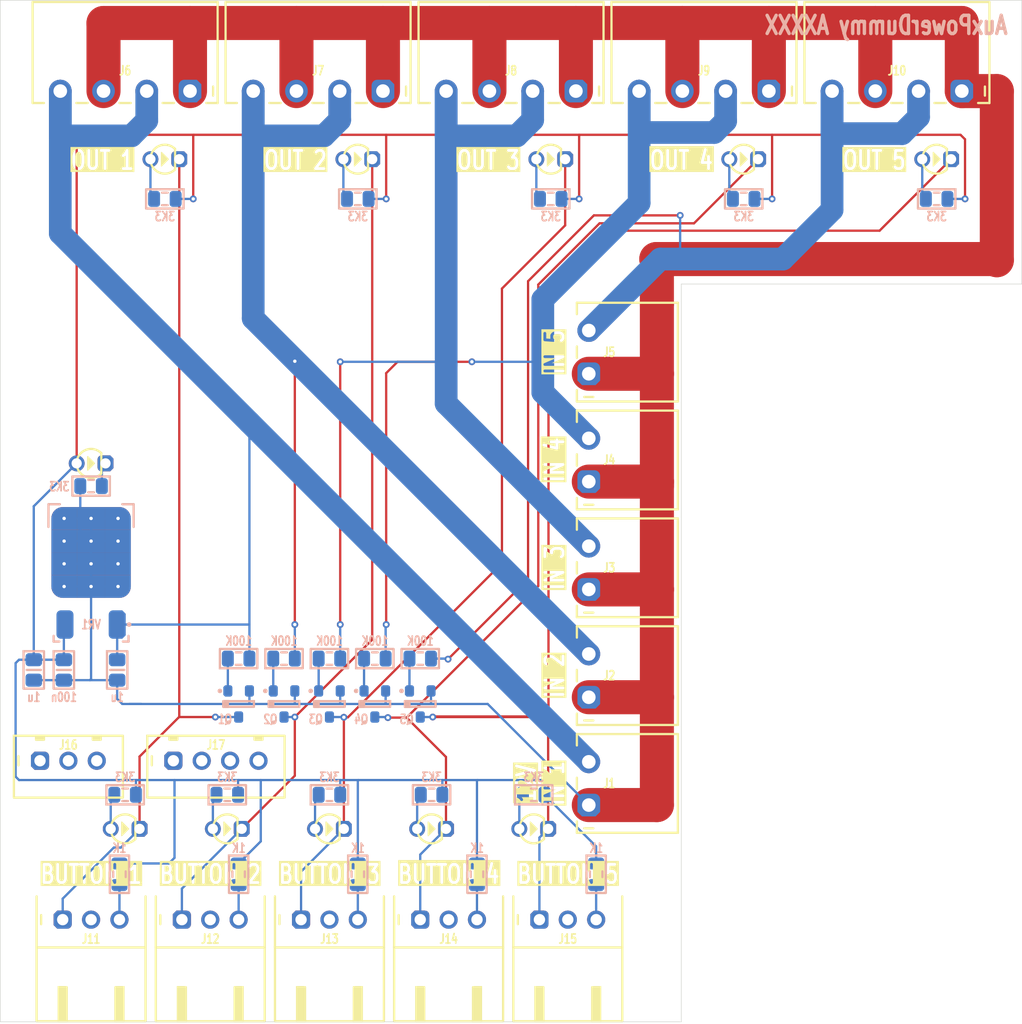
<source format=kicad_pcb>
(kicad_pcb (version 20240108) (generator "pcbnew") (generator_version "8.0")
  (layers (0 "F.Cu" signal) (31 "B.Cu" signal) (34 "B.Paste" user) (35 "F.Paste" user) (36 "B.SilkS" user "B.Silkscreen") (37 "F.SilkS" user "F.Silkscreen") (38 "B.Mask" user) (39 "F.Mask" user) (44 "Edge.Cuts" user))
  (net 0 "")
  (net 1 "GND")
  (net 2 "LED_BUTTON_INT_1")
  (net 3 "LED_BUTTON_INT_2")
  (net 4 "LED_BUTTON_INT_3")
  (net 5 "LED_BUTTON_INT_4")
  (net 6 "LED_BUTTON_INT_5")
  (net 7 "INPUT1")
  (net 8 "INPUT2")
  (net 9 "INPUT3")
  (net 10 "INPUT4")
  (net 11 "INPUT5")
  (net 12 "BUTTON2_LED")
  (net 13 "BUTTON1_LED")
  (net 14 "BUTTON3_LED")
  (net 15 "BUTTON4_LED")
  (net 16 "BUTTON5_LED")
  (net 17 "5V")
  (net 18 "LED_POWER")
  (net 19 "LED_OUT5")
  (net 20 "LED_OUT4")
  (net 21 "LED_OUT3")
  (net 22 "LED_OUT2")
  (net 23 "LED_OUT1")
  (net 24 "GND_SW1")
  (net 25 "GND_SW2")
  (net 26 "GND_SW3")
  (net 27 "GND_SW4")
  (net 28 "GND_SW5")
  (net 29 "BASE_SW1")
  (net 30 "BASE_SW2")
  (net 31 "BASE_SW3")
  (net 32 "BASE_SW4")
  (net 33 "BASE_SW5")
  (footprint "Medo64:DS (D3.0)" (layer "F.Cu") (at 80.5 29 180)
    (property "Reference" "DS9" (hide yes))
    (property "Value" "LED" (hide yes))
  )
  (footprint "Medo64:J Phoenix MC (4w)" (layer "F.Cu") (at 43 23 180)
    (property "Reference" "J7")
    (property "Value" "MC 1,5/4")
  )
  (footprint "Medo64:DS (D3.0)" (layer "F.Cu") (at 44 88 180)
    (property "Reference" "DS3" (hide yes))
    (property "Value" "LED" (hide yes))
  )
  (footprint "Medo64:J Phoenix MC (4w)" (layer "F.Cu") (at 94 23 180)
    (property "Reference" "J10")
    (property "Value" "MC 1,5/4")
  )
  (footprint "Medo64:DS (D3.0)" (layer "F.Cu") (at 62 88 180)
    (property "Reference" "DS5" (hide yes))
    (property "Value" "LED" (hide yes))
  )
  (footprint "Medo64:J Phoenix MC (4w)" (layer "F.Cu") (at 60 23 180)
    (property "Reference" "J8")
    (property "Value" "MC 1,5/4")
  )
  (footprint "Medo64:DS (D3.0)" (layer "F.Cu") (at 63.5 29 180)
    (property "Reference" "DS8" (hide yes))
    (property "Value" "LED" (hide yes))
  )
  (footprint "Medo64:J Phoenix MC (2w)" (layer "F.Cu") (at 66.85 65 90)
    (property "Reference" "J3")
    (property "Value" "MC 1,5/2")
  )
  (footprint "Medo64:J JST XH S (3w)" (layer "F.Cu") (at 33.5 96)
    (property "Reference" "J12")
    (property "Value" "S3B-XH-A")
  )
  (footprint "Medo64:J JST XH S (3w)" (layer "F.Cu") (at 54.5 96)
    (property "Reference" "J14")
    (property "Value" "S3B-XH-A")
  )
  (footprint "Medo64:DS (D3.0)" (layer "F.Cu") (at 26 88 180)
    (property "Reference" "DS1" (hide yes))
    (property "Value" "LED" (hide yes))
  )
  (footprint "Medo64:J Phoenix MC (4w)" (layer "F.Cu") (at 77 23 180)
    (property "Reference" "J9")
    (property "Value" "MC 1,5/4")
  )
  (footprint "Medo64:DS (D3.0)" (layer "F.Cu") (at 35 88 180)
    (property "Reference" "DS2" (hide yes))
    (property "Value" "LED" (hide yes))
  )
  (footprint "Medo64:J JST XH B [I2C] (4w)" (layer "F.Cu") (at 34 82)
    (property "Reference" "J17")
    (property "Value" "B4B-XH-A")
  )
  (footprint "Medo64:DS (D3.0)" (layer "F.Cu") (at 29.5 29 180)
    (property "Reference" "DS6" (hide yes))
    (property "Value" "LED" (hide yes))
  )
  (footprint "Medo64:J JST XH S (3w)" (layer "F.Cu") (at 44 96)
    (property "Reference" "J13")
    (property "Value" "S3B-XH-A")
  )
  (footprint "Medo64:J JST XH S (3w)" (layer "F.Cu") (at 65 96)
    (property "Reference" "J15")
    (property "Value" "S3B-XH-A")
  )
  (footprint "Medo64:DS (D3.0)" (layer "F.Cu") (at 97.5 29 180)
    (property "Reference" "DS10" (hide yes))
    (property "Value" "LED" (hide yes))
  )
  (footprint "Medo64:DS (D3.0)" (layer "F.Cu") (at 46.5 29 180)
    (property "Reference" "DS7" (hide yes))
    (property "Value" "LED" (hide yes))
  )
  (footprint "Medo64:J Phoenix MC (2w)" (layer "F.Cu") (at 66.85 74.5 90)
    (property "Reference" "J2")
    (property "Value" "MC 1,5/2")
  )
  (footprint "Medo64:DS (D3.0)" (layer "F.Cu") (at 23 55.8 180)
    (property "Reference" "DS11" (hide yes))
    (property "Value" "LED" (hide yes))
  )
  (footprint "Medo64:J JST XH S (3w)" (layer "F.Cu") (at 23 96)
    (property "Reference" "J11")
    (property "Value" "S3B-XH-A")
  )
  (footprint "Medo64:DS (D3.0)" (layer "F.Cu") (at 53 88 180)
    (property "Reference" "DS4" (hide yes))
    (property "Value" "LED" (hide yes))
  )
  (footprint "Medo64:J Phoenix MC (2w)" (layer "F.Cu") (at 66.85 46 90)
    (property "Reference" "J5")
    (property "Value" "MC 1,5/2")
  )
  (footprint "Medo64:J Phoenix MC (2w)" (layer "F.Cu") (at 66.85 84 90)
    (property "Reference" "J1")
    (property "Value" "MC 1,5/2")
  )
  (footprint "Medo64:J Phoenix MC (2w)" (layer "F.Cu") (at 66.85 55.5 90)
    (property "Reference" "J4")
    (property "Value" "MC 1,5/2")
  )
  (footprint "Medo64:J JST XH B [UART] (3w)" (layer "F.Cu") (at 21 82)
    (property "Reference" "J16")
    (property "Value" "B3B-XH-A")
  )
  (footprint "Medo64:J Phoenix MC (4w)" (layer "F.Cu") (at 26 23 180)
    (property "Reference" "J6")
    (property "Value" "MC 1,5/4")
  )
  (footprint "Medo64:C (0805)" (layer "B.Cu") (at 25.3 74 90)
    (property "Reference" "C2" (hide yes))
    (property "Value" "1u")
  )
  (footprint "Medo64:C (0805)" (layer "B.Cu") (at 20.6 74 90)
    (property "Reference" "C1" (hide yes))
    (property "Value" "100n")
  )
  (footprint "Medo64:R (0805)" (layer "B.Cu") (at 57 92 90)
    (property "Reference" "R4" (hide yes))
    (property "Value" "1K")
  )
  (footprint "Medo64:R (0805)" (layer "B.Cu") (at 25.5 92 90)
    (property "Reference" "R1" (hide yes))
    (property "Value" "1K")
  )
  (footprint "Medo64:R (0805)" (layer "B.Cu") (at 40 73 180)
    (property "Reference" "R18" (hide yes))
    (property "Value" "100K")
  )
  (footprint "Medo64:R (0805)" (layer "B.Cu") (at 63.5 32.5)
    (property "Reference" "R8" (hide yes))
    (property "Value" "3K3")
  )
  (footprint "Medo64:R (0805)" (layer "B.Cu") (at 46.5 92 90)
    (property "Reference" "R3" (hide yes))
    (property "Value" "1K")
  )
  (footprint "Medo64:R (0805)" (layer "B.Cu") (at 35 85 180)
    (property "Reference" "R12" (hide yes))
    (property "Value" "3K3")
  )
  (footprint "Medo64:VR Linear 5V 1000mA [AS7805ADTR-G1] (TO252-2')" (layer "B.Cu") (at 23 70 180)
    (property "Reference" "VR1")
    (property "Value" "AS7805ADTR" (hide yes))
  )
  (footprint "Medo64:R (0805)" (layer "B.Cu") (at 44 73 180)
    (property "Reference" "R19" (hide yes))
    (property "Value" "100K")
  )
  (footprint "Medo64:R (0805)" (layer "B.Cu") (at 97.5 32.5)
    (property "Reference" "R10" (hide yes))
    (property "Value" "3K3")
  )
  (footprint "Medo64:R (0805)" (layer "B.Cu") (at 36 92 90)
    (property "Reference" "R2" (hide yes))
    (property "Value" "1K")
  )
  (footprint "Medo64:R (0805)" (layer "B.Cu") (at 29.5 32.5)
    (property "Reference" "R6" (hide yes))
    (property "Value" "3K3")
  )
  (footprint "Medo64:R (0805)" (layer "B.Cu") (at 80.5 32.5)
    (property "Reference" "R9" (hide yes))
    (property "Value" "3K3")
  )
  (footprint "Medo64:Q Transistor NPN (SOT23-3)" (layer "B.Cu") (at 40 77)
    (property "Reference" "Q2")
    (property "Value" "BC846B,235" (hide yes))
  )
  (footprint "Medo64:R (0805)" (layer "B.Cu") (at 52 73 180)
    (property "Reference" "R21" (hide yes))
    (property "Value" "100K")
  )
  (footprint "Medo64:R (0805)" (layer "B.Cu") (at 46.5 32.5)
    (property "Reference" "R7" (hide yes))
    (property "Value" "3K3")
  )
  (footprint "Medo64:R (0805)" (layer "B.Cu") (at 48 73 180)
    (property "Reference" "R20" (hide yes))
    (property "Value" "100K")
  )
  (footprint "Medo64:R (0805)" (layer "B.Cu") (at 36 73 180)
    (property "Reference" "R17" (hide yes))
    (property "Value" "100K")
  )
  (footprint "Medo64:Q Transistor NPN (SOT23-3)" (layer "B.Cu") (at 48 77)
    (property "Reference" "Q4")
    (property "Value" "BC846B,235" (hide yes))
  )
  (footprint "Medo64:R (0805)" (layer "B.Cu") (at 53 85 180)
    (property "Reference" "R14" (hide yes))
    (property "Value" "3K3")
  )
  (footprint "Medo64:R (0805)" (layer "B.Cu") (at 62 85 180)
    (property "Reference" "R15" (hide yes))
    (property "Value" "3K3")
  )
  (footprint "Medo64:Q Transistor NPN (SOT23-3)" (layer "B.Cu") (at 36 77)
    (property "Reference" "Q1")
    (property "Value" "BC846B,235" (hide yes))
  )
  (footprint "Medo64:R (0805)" (layer "B.Cu") (at 23 57.8)
    (property "Reference" "R16" (hide yes))
    (property "Value" "3K3")
  )
  (footprint "Medo64:Q Transistor NPN (SOT23-3)" (layer "B.Cu") (at 44 77)
    (property "Reference" "Q3")
    (property "Value" "BC846B,235" (hide yes))
  )
  (footprint "Medo64:R (0805)" (layer "B.Cu") (at 67.5 92 90)
    (property "Reference" "R5" (hide yes))
    (property "Value" "1K")
  )
  (footprint "Medo64:Q Transistor NPN (SOT23-3)" (layer "B.Cu") (at 52 77)
    (property "Reference" "Q5")
    (property "Value" "BC846B,235" (hide yes))
  )
  (footprint "Medo64:R (0805)" (layer "B.Cu") (at 26 85 180)
    (property "Reference" "R11" (hide yes))
    (property "Value" "3K3")
  )
  (footprint "Medo64:R (0805)" (layer "B.Cu") (at 44 85 180)
    (property "Reference" "R13" (hide yes))
    (property "Value" "3K3")
  )
  (footprint "Medo64:C (0805)" (layer "B.Cu") (at 17.95 74 90)
    (property "Reference" "C3" (hide yes))
    (property "Value" "1u")
  )
  (gr_line (start 75 40) (end 75 105) (stroke (width 0.05)) (layer "Edge.Cuts"))
  (gr_line (start 105 15) (end 105 40) (stroke (width 0.05)) (layer "Edge.Cuts"))
  (gr_line (start 15 15) (end 15 105) (stroke (width 0.05)) (layer "Edge.Cuts"))
  (gr_line (start 15 105) (end 75 105) (stroke (width 0.05)) (layer "Edge.Cuts"))
  (gr_line (start 15 15) (end 105 15) (stroke (width 0.05)) (layer "Edge.Cuts"))
  (gr_line (start 75 40) (end 105 40) (stroke (width 0.05)) (layer "Edge.Cuts"))
  (gr_text "AuxPowerDummy AXXXX" (at 103.9 17.2 0) (layer "B.SilkS") (effects (font (size 1.6 1.2) (thickness 0.3) (bold yes)) (justify left mirror)))
  (gr_text "OUT 5" (at 92 29.1 0) (layer "F.SilkS" knockout) (effects (font (size 1.6 1.2) (thickness 0.25) (bold yes))))
  (gr_text "IN 2" (at 63.85 74.5 90) (layer "F.SilkS" knockout) (effects (font (size 1.6 1.2) (thickness 0.25) (bold yes))))
  (gr_text "BUTTON 4" (at 54.5 92 0) (layer "F.SilkS" knockout) (effects (font (size 1.6 1.2) (thickness 0.25) (bold yes))))
  (gr_text "12V" (at 61.35 84 90) (layer "F.SilkS" knockout) (effects (font (size 1.6 1.2) (thickness 0.25) (bold yes))))
  (gr_text "OUT 4" (at 75 29.1 0) (layer "F.SilkS" knockout) (effects (font (size 1.6 1.2) (thickness 0.25) (bold yes))))
  (gr_text "BUTTON 1" (at 23 92 0) (layer "F.SilkS" knockout) (effects (font (size 1.6 1.2) (thickness 0.25) (bold yes))))
  (gr_text "OUT 3" (at 58 29.1 0) (layer "F.SilkS" knockout) (effects (font (size 1.6 1.2) (thickness 0.25) (bold yes))))
  (gr_text "BUTTON 3" (at 44 92 0) (layer "F.SilkS" knockout) (effects (font (size 1.6 1.2) (thickness 0.25) (bold yes))))
  (gr_text "OUT 2" (at 41 29.1 0) (layer "F.SilkS" knockout) (effects (font (size 1.6 1.2) (thickness 0.25) (bold yes))))
  (gr_text "IN 5" (at 63.85 46 90) (layer "F.SilkS" knockout) (effects (font (size 1.6 1.2) (thickness 0.25) (bold yes))))
  (gr_text "OUT 1" (at 24 29.1 0) (layer "F.SilkS" knockout) (effects (font (size 1.6 1.2) (thickness 0.25) (bold yes))))
  (gr_text "IN 3" (at 63.85 65 90) (layer "F.SilkS" knockout) (effects (font (size 1.6 1.2) (thickness 0.25) (bold yes))))
  (gr_text "IN 4" (at 63.85 55.5 90) (layer "F.SilkS" knockout) (effects (font (size 1.6 1.2) (thickness 0.25) (bold yes))))
  (gr_text "BUTTON 5" (at 65 92 0) (layer "F.SilkS" knockout) (effects (font (size 1.6 1.2) (thickness 0.25) (bold yes))))
  (gr_text "BUTTON 2" (at 33.5 92 0) (layer "F.SilkS" knockout) (effects (font (size 1.6 1.2) (thickness 0.25) (bold yes))))
  (gr_text "IN 1" (at 63.85 84 90) (layer "F.SilkS" knockout) (effects (font (size 1.6 1.2) (thickness 0.25) (bold yes))))
  (segment (start 72.85 66.905) (end 72.85 57.405) (width 3) (layer "F.Cu") (net 1))
  (segment (start 31.715 17) (end 31.715 23) (width 3) (layer "F.Cu") (net 1))
  (segment (start 99.715 23) (end 102.8 23) (width 3) (layer "F.Cu") (net 1))
  (segment (start 72.85 57.405) (end 66.85 57.405) (width 3) (layer "F.Cu") (net 1))
  (segment (start 72.85 76.405) (end 72.85 85.905) (width 3) (layer "F.Cu") (net 1))
  (segment (start 72.85 41.75) (end 72.85 47.905) (width 3) (layer "F.Cu") (net 1))
  (segment (start 58.095 17) (end 58.095 23) (width 3) (layer "F.Cu") (net 1))
  (segment (start 92.095 17) (end 82.715 17) (width 3) (layer "F.Cu") (net 1))
  (segment (start 72.85 85.905) (end 66.85 85.905) (width 3) (layer "F.Cu") (net 1))
  (segment (start 75.095 17) (end 65.715 17) (width 3) (layer "F.Cu") (net 1))
  (segment (start 102.7 37.8) (end 72.8 37.8) (width 3) (layer "F.Cu") (net 1))
  (segment (start 48.715 17) (end 48.715 23) (width 3) (layer "F.Cu") (net 1))
  (segment (start 82.715 17) (end 82.715 23) (width 3) (layer "F.Cu") (net 1))
  (segment (start 58.095 17) (end 48.715 17) (width 3) (layer "F.Cu") (net 1))
  (segment (start 66.85 76.405) (end 72.85 76.405) (width 3) (layer "F.Cu") (net 1))
  (segment (start 24.095 17) (end 24.095 23) (width 3) (layer "F.Cu") (net 1))
  (segment (start 72.85 66.905) (end 66.85 66.905) (width 3) (layer "F.Cu") (net 1))
  (segment (start 41.095 17) (end 41.095 23) (width 3) (layer "F.Cu") (net 1))
  (segment (start 75.095 17) (end 75.095 23) (width 3) (layer "F.Cu") (net 1))
  (segment (start 99.715 23) (end 99.715 17) (width 3) (layer "F.Cu") (net 1))
  (segment (start 41.095 17) (end 31.715 17) (width 3) (layer "F.Cu") (net 1))
  (segment (start 31.715 17) (end 24.095 17) (width 3) (layer "F.Cu") (net 1))
  (segment (start 72.85 57.8) (end 72.85 47.905) (width 3) (layer "F.Cu") (net 1))
  (segment (start 72.85 37.85) (end 72.85 41.75) (width 3) (layer "F.Cu") (net 1))
  (segment (start 82.715 17) (end 75.095 17) (width 3) (layer "F.Cu") (net 1))
  (segment (start 65.715 17) (end 65.715 23) (width 3) (layer "F.Cu") (net 1))
  (segment (start 72.85 47.905) (end 66.85 47.905) (width 3) (layer "F.Cu") (net 1))
  (segment (start 72.8 37.8) (end 72.85 37.85) (width 3) (layer "F.Cu") (net 1))
  (segment (start 102.8 37.9) (end 102.7 37.8) (width 3) (layer "F.Cu") (net 1))
  (segment (start 99.715 17) (end 92.095 17) (width 3) (layer "F.Cu") (net 1))
  (segment (start 102.8 23) (end 102.8 37.9) (width 3) (layer "F.Cu") (net 1))
  (segment (start 65.715 17) (end 58.095 17) (width 3) (layer "F.Cu") (net 1))
  (segment (start 48.715 17) (end 41.095 17) (width 3) (layer "F.Cu") (net 1))
  (segment (start 72.85 76.405) (end 72.85 66.905) (width 3) (layer "F.Cu") (net 1))
  (segment (start 92.095 17) (end 92.095 23) (width 3) (layer "F.Cu") (net 1))
  (segment (start 44.95 77) (end 40.95 77) (width 0.2) (layer "B.Cu") (net 1))
  (segment (start 36.95 77) (end 40.95 77) (width 0.2) (layer "B.Cu") (net 1))
  (segment (start 23 62.65) (end 22.05 61.7) (width 0.2) (layer "B.Cu") (net 1))
  (segment (start 22.9 74.9) (end 20.6 74.9) (width 0.2) (layer "B.Cu") (net 1))
  (segment (start 44.95 75.85) (end 44.95 77) (width 0.2) (layer "B.Cu") (net 1))
  (segment (start 23 74.8) (end 22.9 74.9) (width 0.2) (layer "B.Cu") (net 1))
  (segment (start 25.375 62.65) (end 23 62.65) (width 0.2) (layer "B.Cu") (net 1))
  (segment (start 27.4 77) (end 25.75 77) (width 0.2) (layer "B.Cu") (net 1))
  (segment (start 23 62.65) (end 20.625 62.65) (width 0.2) (layer "B.Cu") (net 1))
  (segment (start 25.3 74.9) (end 22.9 74.9) (width 0.2) (layer "B.Cu") (net 1))
  (segment (start 48.95 77) (end 44.95 77) (width 0.2) (layer "B.Cu") (net 1))
  (segment (start 23 62.65) (end 23 60.65) (width 0.2) (layer "B.Cu") (net 1))
  (segment (start 57.945 77) (end 66.85 85.905) (width 0.2) (layer "B.Cu") (net 1))
  (segment (start 52.95 77) (end 57.945 77) (width 0.2) (layer "B.Cu") (net 1))
  (segment (start 36.95 75.85) (end 36.95 77) (width 0.2) (layer "B.Cu") (net 1))
  (segment (start 25.75 77) (end 25.3 76.55) (width 0.2) (layer "B.Cu") (net 1))
  (segment (start 17.95 74.9) (end 20.6 74.9) (width 0.2) (layer "B.Cu") (net 1))
  (segment (start 52.95 77) (end 48.95 77) (width 0.2) (layer "B.Cu") (net 1))
  (segment (start 23 66.65) (end 23 64.65) (width 0.2) (layer "B.Cu") (net 1))
  (segment (start 20.625 64.65) (end 23 64.65) (width 0.2) (layer "B.Cu") (net 1))
  (segment (start 36.95 77) (end 26.4 77) (width 0.2) (layer "B.Cu") (net 1))
  (segment (start 40.95 77) (end 40.95 75.85) (width 0.2) (layer "B.Cu") (net 1))
  (segment (start 23 66.65) (end 25.375 66.65) (width 0.2) (layer "B.Cu") (net 1))
  (segment (start 23 66.65) (end 20.625 66.65) (width 0.2) (layer "B.Cu") (net 1))
  (segment (start 48.95 75.85) (end 48.95 77) (width 0.2) (layer "B.Cu") (net 1))
  (segment (start 52.95 75.85) (end 52.95 77) (width 0.2) (layer "B.Cu") (net 1))
  (segment (start 25.3 76.55) (end 25.3 74.9) (width 0.2) (layer "B.Cu") (net 1))
  (segment (start 20.625 60.65) (end 23 60.65) (width 0.2) (layer "B.Cu") (net 1))
  (segment (start 23 64.65) (end 25.375 64.65) (width 0.2) (layer "B.Cu") (net 1))
  (segment (start 23 60.65) (end 25.375 60.65) (width 0.2) (layer "B.Cu") (net 1))
  (segment (start 23 66.65) (end 23 74.8) (width 0.2) (layer "B.Cu") (net 1))
  (segment (start 22.05 61.7) (end 22.05 57.8) (width 0.2) (layer "B.Cu") (net 1))
  (segment (start 23 64.65) (end 23 62.65) (width 0.2) (layer "B.Cu") (net 1))
  (segment (start 24.73 88) (end 24.73 85.32) (width 0.2) (layer "B.Cu") (net 2))
  (segment (start 33.73 88) (end 33.73 85.32) (width 0.2) (layer "B.Cu") (net 3))
  (segment (start 42.73 88) (end 42.73 85.32) (width 0.2) (layer "B.Cu") (net 4))
  (segment (start 51.73 88) (end 51.73 85.32) (width 0.2) (layer "B.Cu") (net 5))
  (segment (start 60.73 88) (end 60.73 85.32) (width 0.2) (layer "B.Cu") (net 6))
  (segment (start 66.85 82.095) (end 36.9525 52.1975) (width 2) (layer "B.Cu") (net 7))
  (segment (start 25.3 73.1) (end 25.3 70) (width 0.2) (layer "B.Cu") (net 7))
  (segment (start 36.95 73) (end 36.95 70) (width 0.2) (layer "B.Cu") (net 7))
  (segment (start 36.95 70) (end 36.95 52.2) (width 0.2) (layer "B.Cu") (net 7))
  (segment (start 36.9525 52.1975) (end 20.285 35.53) (width 2) (layer "B.Cu") (net 7))
  (segment (start 36.95 52.2) (end 36.9525 52.1975) (width 0.2) (layer "B.Cu") (net 7))
  (segment (start 20.285 26.95) (end 26.55 26.95) (width 2) (layer "B.Cu") (net 7))
  (segment (start 26.55 26.95) (end 27.905 25.595) (width 2) (layer "B.Cu") (net 7))
  (segment (start 27.905 25.595) (end 27.905 23) (width 2) (layer "B.Cu") (net 7))
  (segment (start 20.285 23) (end 20.285 26.95) (width 2) (layer "B.Cu") (net 7))
  (segment (start 36.9 70) (end 25.3 70) (width 0.2) (layer "B.Cu") (net 7))
  (segment (start 20.285 35.53) (end 20.285 23) (width 2) (layer "B.Cu") (net 7))
  (segment (start 40.95 70) (end 40.95 46.8) (width 0.2) (layer "F.Cu") (net 8))
  (via (at 40.95 46.8) (size 0.6) (drill 0.3) (layers "F.Cu" "B.Cu") (net 8))
  (via (at 40.95 70) (size 0.6) (drill 0.3) (layers "F.Cu" "B.Cu") (net 8))
  (segment (start 44.905 25.545) (end 44.905 23) (width 2) (layer "B.Cu") (net 8))
  (segment (start 40.95 73) (end 40.95 70) (width 0.2) (layer "B.Cu") (net 8))
  (segment (start 37.285 23) (end 37.285 26.95) (width 2) (layer "B.Cu") (net 8))
  (segment (start 43.5 26.95) (end 44.905 25.545) (width 2) (layer "B.Cu") (net 8))
  (segment (start 37.285 26.95) (end 43.5 26.95) (width 2) (layer "B.Cu") (net 8))
  (segment (start 37.285 43.03) (end 37.285 23) (width 2) (layer "B.Cu") (net 8))
  (segment (start 66.85 72.595) (end 37.285 43.03) (width 2) (layer "B.Cu") (net 8))
  (segment (start 44.95 70) (end 44.95 46.85) (width 0.2) (layer "F.Cu") (net 9))
  (via (at 44.95 70) (size 0.6) (drill 0.3) (layers "F.Cu" "B.Cu") (net 9))
  (via (at 44.95 46.85) (size 0.6) (drill 0.3) (layers "F.Cu" "B.Cu") (net 9))
  (segment (start 60.5 26.95) (end 61.905 25.545) (width 2) (layer "B.Cu") (net 9))
  (segment (start 44.95 46.85) (end 54.085 46.85) (width 0.2) (layer "B.Cu") (net 9))
  (segment (start 54.085 46.85) (end 54.285 47.05) (width 0.2) (layer "B.Cu") (net 9))
  (segment (start 66.85 63.095) (end 54.285 50.53) (width 2) (layer "B.Cu") (net 9))
  (segment (start 54.285 47.05) (end 54.285 23) (width 2) (layer "B.Cu") (net 9))
  (segment (start 44.95 73) (end 44.95 70) (width 0.2) (layer "B.Cu") (net 9))
  (segment (start 54.285 50.53) (end 54.285 47.05) (width 2) (layer "B.Cu") (net 9))
  (segment (start 61.905 25.545) (end 61.905 23) (width 2) (layer "B.Cu") (net 9))
  (segment (start 54.285 26.95) (end 60.5 26.95) (width 2) (layer "B.Cu") (net 9))
  (segment (start 54.285 23) (end 54.285 26.95) (width 2) (layer "B.Cu") (net 9))
  (segment (start 49 70) (end 49 47.85) (width 0.2) (layer "F.Cu") (net 10))
  (segment (start 50 46.85) (end 56.55 46.85) (width 0.2) (layer "F.Cu") (net 10))
  (segment (start 49 47.85) (end 50 46.85) (width 0.2) (layer "F.Cu") (net 10))
  (via (at 49 70) (size 0.6) (drill 0.3) (layers "F.Cu" "B.Cu") (net 10))
  (via (at 56.55 46.85) (size 0.6) (drill 0.3) (layers "F.Cu" "B.Cu") (net 10))
  (segment (start 56.55 46.85) (end 62.8 46.85) (width 0.2) (layer "B.Cu") (net 10))
  (segment (start 71.285 26.65) (end 77.9 26.65) (width 2) (layer "B.Cu") (net 10))
  (segment (start 71.285 23) (end 71.285 32.865) (width 2) (layer "B.Cu") (net 10))
  (segment (start 48.95 73) (end 48.95 70.05) (width 0.2) (layer "B.Cu") (net 10))
  (segment (start 71.285 32.865) (end 62.8 41.35) (width 2) (layer "B.Cu") (net 10))
  (segment (start 56.55 46.85) (end 56.65 46.95) (width 0.2) (layer "B.Cu") (net 10))
  (segment (start 62.8 49.545) (end 62.8 44.65) (width 2) (layer "B.Cu") (net 10))
  (segment (start 62.8 46.85) (end 62.8 44.65) (width 0.2) (layer "B.Cu") (net 10))
  (segment (start 71.285 23) (end 71.285 26.65) (width 2) (layer "B.Cu") (net 10))
  (segment (start 66.85 53.595) (end 62.8 49.545) (width 2) (layer "B.Cu") (net 10))
  (segment (start 62.8 41.35) (end 62.8 44.65) (width 2) (layer "B.Cu") (net 10))
  (segment (start 78.905 25.645) (end 78.905 23) (width 2) (layer "B.Cu") (net 10))
  (segment (start 48.95 70.05) (end 49 70) (width 0.2) (layer "B.Cu") (net 10))
  (segment (start 77.9 26.65) (end 78.905 25.645) (width 2) (layer "B.Cu") (net 10))
  (segment (start 67.3 33.95) (end 74.9 33.95) (width 0.2) (layer "F.Cu") (net 11))
  (segment (start 61.5 66) (end 61.5 39.75) (width 0.2) (layer "F.Cu") (net 11))
  (segment (start 61.5 39.75) (end 67.3 33.95) (width 0.2) (layer "F.Cu") (net 11))
  (segment (start 54.45 73.05) (end 61.5 66) (width 0.2) (layer "F.Cu") (net 11))
  (via (at 54.45 73.05) (size 0.6) (drill 0.3) (layers "F.Cu" "B.Cu") (net 11))
  (via (at 74.9 33.95) (size 0.6) (drill 0.3) (layers "F.Cu" "B.Cu") (net 11))
  (segment (start 74.9 33.95) (end 74.9 37.75) (width 0.2) (layer "B.Cu") (net 11))
  (segment (start 94.45 26.75) (end 95.905 25.295) (width 2) (layer "B.Cu") (net 11))
  (segment (start 66.85 44.095) (end 73.145 37.8) (width 2) (layer "B.Cu") (net 11))
  (segment (start 74.9 37.75) (end 74.85 37.8) (width 0.2) (layer "B.Cu") (net 11))
  (segment (start 74.85 37.8) (end 83.95 37.8) (width 2) (layer "B.Cu") (net 11))
  (segment (start 88.285 26.75) (end 94.45 26.75) (width 2) (layer "B.Cu") (net 11))
  (segment (start 73.145 37.8) (end 74.85 37.8) (width 2) (layer "B.Cu") (net 11))
  (segment (start 88.285 33.465) (end 88.285 23) (width 2) (layer "B.Cu") (net 11))
  (segment (start 83.95 37.8) (end 88.285 33.465) (width 2) (layer "B.Cu") (net 11))
  (segment (start 95.905 25.295) (end 95.905 23) (width 2) (layer "B.Cu") (net 11))
  (segment (start 52.95 73) (end 54.4 73) (width 0.2) (layer "B.Cu") (net 11))
  (segment (start 54.4 73) (end 54.45 73.05) (width 0.2) (layer "B.Cu") (net 11))
  (segment (start 88.285 23) (end 88.285 26.75) (width 2) (layer "B.Cu") (net 11))
  (segment (start 36 92.95) (end 36 96) (width 0.2) (layer "B.Cu") (net 12))
  (segment (start 25.5 96) (end 25.5 92.95) (width 0.2) (layer "B.Cu") (net 13))
  (segment (start 46.5 92.95) (end 46.5 96) (width 0.2) (layer "B.Cu") (net 14))
  (segment (start 57 92.95) (end 57 96) (width 0.2) (layer "B.Cu") (net 15))
  (segment (start 67.5 92.95) (end 67.5 96) (width 0.2) (layer "B.Cu") (net 16))
  (segment (start 32.05 26.85) (end 22.1 26.85) (width 0.2) (layer "F.Cu") (net 17))
  (segment (start 66 26.85) (end 83 26.85) (width 0.2) (layer "F.Cu") (net 17))
  (segment (start 32 26.9) (end 32.05 26.85) (width 0.2) (layer "F.Cu") (net 17))
  (segment (start 83 32.5) (end 83 26.85) (width 0.2) (layer "F.Cu") (net 17))
  (segment (start 83 26.85) (end 99.6 26.85) (width 0.2) (layer "F.Cu") (net 17))
  (segment (start 100 27.25) (end 100 32.5) (width 0.2) (layer "F.Cu") (net 17))
  (segment (start 32.05 26.85) (end 49 26.85) (width 0.2) (layer "F.Cu") (net 17))
  (segment (start 21.73 27.22) (end 21.73 55.8) (width 0.2) (layer "F.Cu") (net 17))
  (segment (start 66 32.5) (end 66 26.85) (width 0.2) (layer "F.Cu") (net 17))
  (segment (start 32 32.5) (end 32 26.9) (width 0.2) (layer "F.Cu") (net 17))
  (segment (start 99.6 26.85) (end 100 27.25) (width 0.2) (layer "F.Cu") (net 17))
  (segment (start 22.1 26.85) (end 21.73 27.22) (width 0.2) (layer "F.Cu") (net 17))
  (segment (start 49 32.5) (end 49 26.85) (width 0.2) (layer "F.Cu") (net 17))
  (segment (start 49 26.85) (end 66 26.85) (width 0.2) (layer "F.Cu") (net 17))
  (via (at 100 32.5) (size 0.6) (drill 0.3) (layers "F.Cu" "B.Cu") (net 17))
  (via (at 83 32.5) (size 0.6) (drill 0.3) (layers "F.Cu" "B.Cu") (net 17))
  (via (at 32 32.5) (size 0.6) (drill 0.3) (layers "F.Cu" "B.Cu") (net 17))
  (via (at 49 32.5) (size 0.6) (drill 0.3) (layers "F.Cu" "B.Cu") (net 17))
  (via (at 66 32.5) (size 0.6) (drill 0.3) (layers "F.Cu" "B.Cu") (net 17))
  (segment (start 37.95 89.1) (end 37.95 83.7) (width 0.2) (layer "B.Cu") (net 17))
  (segment (start 99.65 32.5) (end 100 32.5) (width 0.2) (layer "B.Cu") (net 17))
  (segment (start 53.95 83.7) (end 57.05 83.7) (width 0.2) (layer "B.Cu") (net 17))
  (segment (start 44.95 85) (end 44.95 83.7) (width 0.2) (layer "B.Cu") (net 17))
  (segment (start 16.35 83.4) (end 16.65 83.7) (width 0.2) (layer "B.Cu") (net 17))
  (segment (start 17.95 59.58) (end 21.73 55.8) (width 0.2) (layer "B.Cu") (net 17))
  (segment (start 53.95 85) (end 53.95 83.7) (width 0.2) (layer "B.Cu") (net 17))
  (segment (start 62.95 84) (end 62.95 85) (width 0.2) (layer "B.Cu") (net 17))
  (segment (start 57 91.05) (end 57 83.75) (width 0.2) (layer "B.Cu") (net 17))
  (segment (start 66 32.5) (end 64.45 32.5) (width 0.2) (layer "B.Cu") (net 17))
  (segment (start 30.45 32.5) (end 32 32.5) (width 0.2) (layer "B.Cu") (net 17))
  (segment (start 29.85 91.05) (end 30.35 90.55) (width 0.2) (layer "B.Cu") (net 17))
  (segment (start 36 83.7) (end 37.95 83.7) (width 0.2) (layer "B.Cu") (net 17))
  (segment (start 16.65 83.7) (end 26.95 83.7) (width 0.2) (layer "B.Cu") (net 17))
  (segment (start 26.95 83.7) (end 30.35 83.7) (width 0.2) (layer "B.Cu") (net 17))
  (segment (start 16.65 73.1) (end 16.35 73.4) (width 0.2) (layer "B.Cu") (net 17))
  (segment (start 36 91.05) (end 37.95 89.1) (width 0.2) (layer "B.Cu") (net 17))
  (segment (start 81.45 32.5) (end 83 32.5) (width 0.2) (layer "B.Cu") (net 17))
  (segment (start 17.95 73.1) (end 17.95 59.58) (width 0.2) (layer "B.Cu") (net 17))
  (segment (start 35.95 83.75) (end 36 83.7) (width 0.2) (layer "B.Cu") (net 17))
  (segment (start 62.65 83.7) (end 62.95 84) (width 0.2) (layer "B.Cu") (net 17))
  (segment (start 25.5 91.05) (end 29.85 91.05) (width 0.2) (layer "B.Cu") (net 17))
  (segment (start 57.05 83.7) (end 62.65 83.7) (width 0.2) (layer "B.Cu") (net 17))
  (segment (start 46.5 83.75) (end 46.55 83.7) (width 0.2) (layer "B.Cu") (net 17))
  (segment (start 46.5 91.05) (end 46.5 83.75) (width 0.2) (layer "B.Cu") (net 17))
  (segment (start 17.95 73.1) (end 16.65 73.1) (width 0.2) (layer "B.Cu") (net 17))
  (segment (start 98.45 32.5) (end 99.65 32.5) (width 0.2) (layer "B.Cu") (net 17))
  (segment (start 20.6 73.1) (end 20.6 70.1) (width 0.2) (layer "B.Cu") (net 17))
  (segment (start 57 83.75) (end 57.05 83.7) (width 0.2) (layer "B.Cu") (net 17))
  (segment (start 46.55 83.7) (end 53.95 83.7) (width 0.2) (layer "B.Cu") (net 17))
  (segment (start 26.95 85) (end 26.95 83.7) (width 0.2) (layer "B.Cu") (net 17))
  (segment (start 47.45 32.5) (end 49 32.5) (width 0.2) (layer "B.Cu") (net 17))
  (segment (start 16.35 73.4) (end 16.35 83.4) (width 0.2) (layer "B.Cu") (net 17))
  (segment (start 17.95 73.1) (end 20.6 73.1) (width 0.2) (layer "B.Cu") (net 17))
  (segment (start 30.35 90.55) (end 30.35 83.7) (width 0.2) (layer "B.Cu") (net 17))
  (segment (start 30.35 83.7) (end 36 83.7) (width 0.2) (layer "B.Cu") (net 17))
  (segment (start 62.95 85) (end 67.5 89.55) (width 0.2) (layer "B.Cu") (net 17))
  (segment (start 67.5 89.55) (end 67.5 91.05) (width 0.2) (layer "B.Cu") (net 17))
  (segment (start 44.95 83.7) (end 46.55 83.7) (width 0.2) (layer "B.Cu") (net 17))
  (segment (start 35.95 85) (end 35.95 83.75) (width 0.2) (layer "B.Cu") (net 17))
  (segment (start 37.95 83.7) (end 44.95 83.7) (width 0.2) (layer "B.Cu") (net 17))
  (segment (start 23.95 57.8) (end 23.95 56.12) (width 0.2) (layer "B.Cu") (net 18))
  (segment (start 96.23 29) (end 96.23 32.18) (width 0.2) (layer "B.Cu") (net 19))
  (segment (start 79.23 29) (end 79.23 32.18) (width 0.2) (layer "B.Cu") (net 20))
  (segment (start 62.23 29) (end 62.23 32.18) (width 0.2) (layer "B.Cu") (net 21))
  (segment (start 45.23 29) (end 45.23 32.18) (width 0.2) (layer "B.Cu") (net 22))
  (segment (start 28.23 29) (end 28.23 32.18) (width 0.2) (layer "B.Cu") (net 23))
  (segment (start 27.27 81.63) (end 30.75 78.15) (width 0.2) (layer "F.Cu") (net 24))
  (segment (start 30.75 78.15) (end 33.95 78.15) (width 0.2) (layer "F.Cu") (net 24))
  (segment (start 30.77 29) (end 30.77 78.13) (width 0.2) (layer "F.Cu") (net 24))
  (segment (start 30.77 78.13) (end 30.75 78.15) (width 0.2) (layer "F.Cu") (net 24))
  (segment (start 27.27 88) (end 27.27 81.63) (width 0.2) (layer "F.Cu") (net 24))
  (via (at 33.95 78.15) (size 0.6) (drill 0.3) (layers "F.Cu" "B.Cu") (net 24))
  (segment (start 20.5 96) (end 20.5 94.15) (width 0.2) (layer "B.Cu") (net 24))
  (segment (start 25.62 89.65) (end 27.27 88) (width 0.2) (layer "B.Cu") (net 24))
  (segment (start 20.5 94.15) (end 25 89.65) (width 0.2) (layer "B.Cu") (net 24))
  (segment (start 25 89.65) (end 25.62 89.65) (width 0.2) (layer "B.Cu") (net 24))
  (segment (start 36 78.15) (end 33.95 78.15) (width 0.2) (layer "B.Cu") (net 24))
  (segment (start 40.95 78.15) (end 40.95 83.32) (width 0.2) (layer "F.Cu") (net 25))
  (segment (start 47.77 71.33) (end 40.95 78.15) (width 0.2) (layer "F.Cu") (net 25))
  (segment (start 40.95 83.32) (end 36.27 88) (width 0.2) (layer "F.Cu") (net 25))
  (segment (start 47.77 29) (end 47.77 71.33) (width 0.2) (layer "F.Cu") (net 25))
  (via (at 40.95 78.15) (size 0.6) (drill 0.3) (layers "F.Cu" "B.Cu") (net 25))
  (segment (start 31 93.27) (end 36.27 88) (width 0.2) (layer "B.Cu") (net 25))
  (segment (start 31 96) (end 31 93.27) (width 0.2) (layer "B.Cu") (net 25))
  (segment (start 40 78.15) (end 40.95 78.15) (width 0.2) (layer "B.Cu") (net 25))
  (segment (start 59.2 64.6) (end 59.2 40.4) (width 0.2) (layer "F.Cu") (net 26))
  (segment (start 59.2 40.4) (end 64.77 34.83) (width 0.2) (layer "F.Cu") (net 26))
  (segment (start 45.27 78.17) (end 45.63 78.17) (width 0.2) (layer "F.Cu") (net 26))
  (segment (start 45.27 88) (end 45.27 78.17) (width 0.2) (layer "F.Cu") (net 26))
  (segment (start 64.77 34.83) (end 64.77 29) (width 0.2) (layer "F.Cu") (net 26))
  (segment (start 45.63 78.17) (end 59.2 64.6) (width 0.2) (layer "F.Cu") (net 26))
  (via (at 45.27 78.17) (size 0.6) (drill 0.3) (layers "F.Cu" "B.Cu") (net 26))
  (segment (start 45.25 78.15) (end 45.27 78.17) (width 0.2) (layer "B.Cu") (net 26))
  (segment (start 41.5 91.77) (end 45.27 88) (width 0.2) (layer "B.Cu") (net 26))
  (segment (start 41.5 96) (end 41.5 91.77) (width 0.2) (layer "B.Cu") (net 26))
  (segment (start 44 78.15) (end 45.25 78.15) (width 0.2) (layer "B.Cu") (net 26))
  (segment (start 62.4 66.6) (end 50.8 78.2) (width 0.2) (layer "F.Cu") (net 27))
  (segment (start 54.27 88) (end 54.27 81.67) (width 0.2) (layer "F.Cu") (net 27))
  (segment (start 67.8 34.65) (end 62.4 40.05) (width 0.2) (layer "F.Cu") (net 27))
  (segment (start 81.77 29) (end 76.12 34.65) (width 0.2) (layer "F.Cu") (net 27))
  (segment (start 54.27 81.67) (end 50.8 78.2) (width 0.2) (layer "F.Cu") (net 27))
  (segment (start 76.12 34.65) (end 67.8 34.65) (width 0.2) (layer "F.Cu") (net 27))
  (segment (start 50.8 78.2) (end 49.15 78.2) (width 0.2) (layer "F.Cu") (net 27))
  (segment (start 62.4 40.05) (end 62.4 66.6) (width 0.2) (layer "F.Cu") (net 27))
  (via (at 49.15 78.2) (size 0.6) (drill 0.3) (layers "F.Cu" "B.Cu") (net 27))
  (segment (start 48 78.15) (end 49.1 78.15) (width 0.2) (layer "B.Cu") (net 27))
  (segment (start 52 90.27) (end 54.27 88) (width 0.2) (layer "B.Cu") (net 27))
  (segment (start 49.1 78.15) (end 49.15 78.2) (width 0.2) (layer "B.Cu") (net 27))
  (segment (start 52 96) (end 52 90.27) (width 0.2) (layer "B.Cu") (net 27))
  (segment (start 63.3 40.45) (end 63.3 78.1) (width 0.2) (layer "F.Cu") (net 28))
  (segment (start 92.47 35.3) (end 68.45 35.3) (width 0.2) (layer "F.Cu") (net 28))
  (segment (start 68.45 35.3) (end 63.3 40.45) (width 0.2) (layer "F.Cu") (net 28))
  (segment (start 63.27 78.15) (end 53.1 78.15) (width 0.2) (layer "F.Cu") (net 28))
  (segment (start 63.27 88) (end 63.27 78.15) (width 0.2) (layer "F.Cu") (net 28))
  (segment (start 98.77 29) (end 92.47 35.3) (width 0.2) (layer "F.Cu") (net 28))
  (segment (start 63.3 78.1) (end 53.1 78.1) (width 0.2) (layer "F.Cu") (net 28))
  (via (at 53.1 78.15) (size 0.6) (drill 0.3) (layers "F.Cu" "B.Cu") (net 28))
  (segment (start 62.5 96) (end 62.5 88.77) (width 0.2) (layer "B.Cu") (net 28))
  (segment (start 52 78.15) (end 53.1 78.15) (width 0.2) (layer "B.Cu") (net 28))
  (segment (start 62.5 88.77) (end 63.27 88) (width 0.2) (layer "B.Cu") (net 28))
  (segment (start 35.05 75.85) (end 35.05 73) (width 0.2) (layer "B.Cu") (net 29))
  (segment (start 39.05 75.85) (end 39.05 73) (width 0.2) (layer "B.Cu") (net 30))
  (segment (start 43.05 75.85) (end 43.05 73) (width 0.2) (layer "B.Cu") (net 31))
  (segment (start 47.05 75.85) (end 47.05 73) (width 0.2) (layer "B.Cu") (net 32))
  (segment (start 51.05 75.85) (end 51.05 73) (width 0.2) (layer "B.Cu") (net 33))
)
</source>
